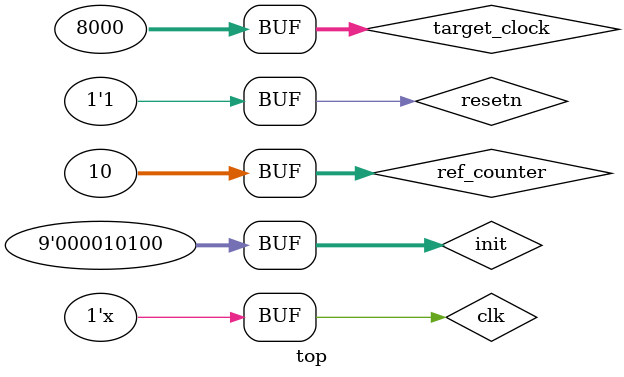
<source format=v>

`timescale 1ns/1ps

module top;
    reg         resetn;
    reg [31:0]  target_clock;
    reg [31:0]  ref_counter;
    reg [ 8:0]  init;
    reg         clk;
    wire [2:0]  status;
    wire        out;


	always #500 clk = ~clk;

	CLOCK clock
	(
		.resetn(resetn),
		.ref_clk(clk),
		.ref_counter(ref_counter),
		.init(init),
		.counter(target_clock),
		.out(out),
		.status(status)
	);

	initial begin
		target_clock = 8000;
		ref_counter  = 10;
		init = 20;
		clk = 0;
		resetn = 0;
		#100000;
		resetn = 1;
	end

endmodule

</source>
